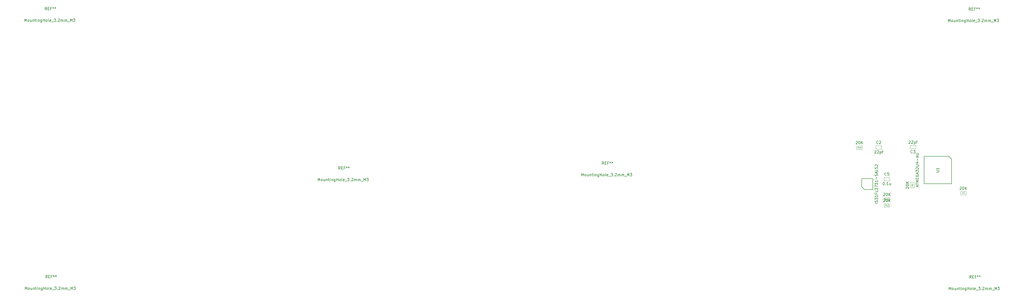
<source format=gbr>
G04 #@! TF.GenerationSoftware,KiCad,Pcbnew,(5.0.2)-1*
G04 #@! TF.CreationDate,2019-03-25T23:00:56+03:00*
G04 #@! TF.ProjectId,Mechanical Keyboard,4d656368-616e-4696-9361-6c204b657962,rev?*
G04 #@! TF.SameCoordinates,Original*
G04 #@! TF.FileFunction,Other,Fab,Top*
%FSLAX46Y46*%
G04 Gerber Fmt 4.6, Leading zero omitted, Abs format (unit mm)*
G04 Created by KiCad (PCBNEW (5.0.2)-1) date 25.03.2019 23:00:56*
%MOMM*%
%LPD*%
G01*
G04 APERTURE LIST*
%ADD10C,0.150000*%
%ADD11C,0.100000*%
%ADD12C,0.075000*%
G04 APERTURE END LIST*
D10*
G04 #@! TO.C,U1*
X372030000Y-137478000D02*
X372030000Y-146478000D01*
X372030000Y-146478000D02*
X362030000Y-146478000D01*
X362030000Y-146478000D02*
X362030000Y-136478000D01*
X362030000Y-136478000D02*
X371030000Y-136478000D01*
X371030000Y-136478000D02*
X372030000Y-137478000D01*
G04 #@! TO.C,U2*
X339370000Y-147560000D02*
X339370000Y-144560000D01*
X339370000Y-144560000D02*
X343370000Y-144560000D01*
X343370000Y-144560000D02*
X343370000Y-148560000D01*
X343370000Y-148560000D02*
X340370000Y-148560000D01*
X340370000Y-148560000D02*
X339370000Y-147560000D01*
D11*
G04 #@! TO.C,C2*
X344510800Y-133817600D02*
X344510800Y-132577600D01*
X346510800Y-133817600D02*
X344510800Y-133817600D01*
X346510800Y-132577600D02*
X346510800Y-133817600D01*
X344510800Y-132577600D02*
X346510800Y-132577600D01*
G04 #@! TO.C,C3*
X358993000Y-132476000D02*
X358993000Y-133716000D01*
X356993000Y-132476000D02*
X358993000Y-132476000D01*
X356993000Y-133716000D02*
X356993000Y-132476000D01*
X358993000Y-133716000D02*
X356993000Y-133716000D01*
G04 #@! TO.C,C5*
X347508000Y-145323800D02*
X347508000Y-144083800D01*
X349508000Y-145323800D02*
X347508000Y-145323800D01*
X349508000Y-144083800D02*
X349508000Y-145323800D01*
X347508000Y-144083800D02*
X349508000Y-144083800D01*
G04 #@! TO.C,R4*
X377301000Y-149287000D02*
X377301000Y-150527000D01*
X375301000Y-149287000D02*
X377301000Y-149287000D01*
X375301000Y-150527000D02*
X375301000Y-149287000D01*
X377301000Y-150527000D02*
X375301000Y-150527000D01*
G04 #@! TO.C,R9*
X358379000Y-145939000D02*
X358379000Y-147939000D01*
X358379000Y-147939000D02*
X357139000Y-147939000D01*
X357139000Y-147939000D02*
X357139000Y-145939000D01*
X357139000Y-145939000D02*
X358379000Y-145939000D01*
G04 #@! TO.C,R10*
X339502000Y-132653800D02*
X339502000Y-133893800D01*
X337502000Y-132653800D02*
X339502000Y-132653800D01*
X337502000Y-133893800D02*
X337502000Y-132653800D01*
X339502000Y-133893800D02*
X337502000Y-133893800D01*
G04 #@! TO.C,R12*
X349535000Y-151526000D02*
X349535000Y-152766000D01*
X347535000Y-151526000D02*
X349535000Y-151526000D01*
X347535000Y-152766000D02*
X347535000Y-151526000D01*
X349535000Y-152766000D02*
X347535000Y-152766000D01*
G04 #@! TO.C,R13*
X349535000Y-153710400D02*
X349535000Y-154950400D01*
X347535000Y-153710400D02*
X349535000Y-153710400D01*
X347535000Y-154950400D02*
X347535000Y-153710400D01*
X349535000Y-154950400D02*
X347535000Y-154950400D01*
G04 #@! TD*
G04 #@! TO.C,U1*
D10*
X359746666Y-147573238D02*
X359746666Y-147097047D01*
X360032380Y-147668476D02*
X359032380Y-147335142D01*
X360032380Y-147001809D01*
X359032380Y-146811333D02*
X359032380Y-146239904D01*
X360032380Y-146525619D02*
X359032380Y-146525619D01*
X360032380Y-145906571D02*
X359032380Y-145906571D01*
X359746666Y-145573238D01*
X359032380Y-145239904D01*
X360032380Y-145239904D01*
X359508571Y-144763714D02*
X359508571Y-144430380D01*
X360032380Y-144287523D02*
X360032380Y-144763714D01*
X359032380Y-144763714D01*
X359032380Y-144287523D01*
X359080000Y-143335142D02*
X359032380Y-143430380D01*
X359032380Y-143573238D01*
X359080000Y-143716095D01*
X359175238Y-143811333D01*
X359270476Y-143858952D01*
X359460952Y-143906571D01*
X359603809Y-143906571D01*
X359794285Y-143858952D01*
X359889523Y-143811333D01*
X359984761Y-143716095D01*
X360032380Y-143573238D01*
X360032380Y-143478000D01*
X359984761Y-143335142D01*
X359937142Y-143287523D01*
X359603809Y-143287523D01*
X359603809Y-143478000D01*
X359746666Y-142906571D02*
X359746666Y-142430380D01*
X360032380Y-143001809D02*
X359032380Y-142668476D01*
X360032380Y-142335142D01*
X359032380Y-142097047D02*
X359032380Y-141478000D01*
X359413333Y-141811333D01*
X359413333Y-141668476D01*
X359460952Y-141573238D01*
X359508571Y-141525619D01*
X359603809Y-141478000D01*
X359841904Y-141478000D01*
X359937142Y-141525619D01*
X359984761Y-141573238D01*
X360032380Y-141668476D01*
X360032380Y-141954190D01*
X359984761Y-142049428D01*
X359937142Y-142097047D01*
X359127619Y-141097047D02*
X359080000Y-141049428D01*
X359032380Y-140954190D01*
X359032380Y-140716095D01*
X359080000Y-140620857D01*
X359127619Y-140573238D01*
X359222857Y-140525619D01*
X359318095Y-140525619D01*
X359460952Y-140573238D01*
X360032380Y-141144666D01*
X360032380Y-140525619D01*
X359032380Y-140097047D02*
X359841904Y-140097047D01*
X359937142Y-140049428D01*
X359984761Y-140001809D01*
X360032380Y-139906571D01*
X360032380Y-139716095D01*
X359984761Y-139620857D01*
X359937142Y-139573238D01*
X359841904Y-139525619D01*
X359032380Y-139525619D01*
X359365714Y-138620857D02*
X360032380Y-138620857D01*
X358984761Y-138858952D02*
X359699047Y-139097047D01*
X359699047Y-138478000D01*
X359651428Y-138097047D02*
X359651428Y-137335142D01*
X359746666Y-136906571D02*
X359746666Y-136430380D01*
X360032380Y-137001809D02*
X359032380Y-136668476D01*
X360032380Y-136335142D01*
X359032380Y-136001809D02*
X359841904Y-136001809D01*
X359937142Y-135954190D01*
X359984761Y-135906571D01*
X360032380Y-135811333D01*
X360032380Y-135620857D01*
X359984761Y-135525619D01*
X359937142Y-135478000D01*
X359841904Y-135430380D01*
X359032380Y-135430380D01*
X366482380Y-142239904D02*
X367291904Y-142239904D01*
X367387142Y-142192285D01*
X367434761Y-142144666D01*
X367482380Y-142049428D01*
X367482380Y-141858952D01*
X367434761Y-141763714D01*
X367387142Y-141716095D01*
X367291904Y-141668476D01*
X366482380Y-141668476D01*
X367482380Y-140668476D02*
X367482380Y-141239904D01*
X367482380Y-140954190D02*
X366482380Y-140954190D01*
X366625238Y-141049428D01*
X366720476Y-141144666D01*
X366768095Y-141239904D01*
G04 #@! TO.C,U2*
X345172380Y-153607619D02*
X344172380Y-153607619D01*
X345124761Y-153179047D02*
X345172380Y-153036190D01*
X345172380Y-152798095D01*
X345124761Y-152702857D01*
X345077142Y-152655238D01*
X344981904Y-152607619D01*
X344886666Y-152607619D01*
X344791428Y-152655238D01*
X344743809Y-152702857D01*
X344696190Y-152798095D01*
X344648571Y-152988571D01*
X344600952Y-153083809D01*
X344553333Y-153131428D01*
X344458095Y-153179047D01*
X344362857Y-153179047D01*
X344267619Y-153131428D01*
X344220000Y-153083809D01*
X344172380Y-152988571D01*
X344172380Y-152750476D01*
X344220000Y-152607619D01*
X344172380Y-152274285D02*
X344172380Y-151655238D01*
X344553333Y-151988571D01*
X344553333Y-151845714D01*
X344600952Y-151750476D01*
X344648571Y-151702857D01*
X344743809Y-151655238D01*
X344981904Y-151655238D01*
X345077142Y-151702857D01*
X345124761Y-151750476D01*
X345172380Y-151845714D01*
X345172380Y-152131428D01*
X345124761Y-152226666D01*
X345077142Y-152274285D01*
X345172380Y-150702857D02*
X345172380Y-151274285D01*
X345172380Y-150988571D02*
X344172380Y-150988571D01*
X344315238Y-151083809D01*
X344410476Y-151179047D01*
X344458095Y-151274285D01*
X344648571Y-149940952D02*
X344648571Y-150274285D01*
X345172380Y-150274285D02*
X344172380Y-150274285D01*
X344172380Y-149798095D01*
X345172380Y-148940952D02*
X345172380Y-149417142D01*
X344172380Y-149417142D01*
X344172380Y-148702857D02*
X344172380Y-148083809D01*
X344553333Y-148417142D01*
X344553333Y-148274285D01*
X344600952Y-148179047D01*
X344648571Y-148131428D01*
X344743809Y-148083809D01*
X344981904Y-148083809D01*
X345077142Y-148131428D01*
X345124761Y-148179047D01*
X345172380Y-148274285D01*
X345172380Y-148560000D01*
X345124761Y-148655238D01*
X345077142Y-148702857D01*
X344172380Y-147750476D02*
X344172380Y-147083809D01*
X345172380Y-147512380D01*
X344172380Y-146798095D02*
X344172380Y-146179047D01*
X344553333Y-146512380D01*
X344553333Y-146369523D01*
X344600952Y-146274285D01*
X344648571Y-146226666D01*
X344743809Y-146179047D01*
X344981904Y-146179047D01*
X345077142Y-146226666D01*
X345124761Y-146274285D01*
X345172380Y-146369523D01*
X345172380Y-146655238D01*
X345124761Y-146750476D01*
X345077142Y-146798095D01*
X345172380Y-145226666D02*
X345172380Y-145798095D01*
X345172380Y-145512380D02*
X344172380Y-145512380D01*
X344315238Y-145607619D01*
X344410476Y-145702857D01*
X344458095Y-145798095D01*
X344791428Y-144798095D02*
X344791428Y-144036190D01*
X345124761Y-143607619D02*
X345172380Y-143464761D01*
X345172380Y-143226666D01*
X345124761Y-143131428D01*
X345077142Y-143083809D01*
X344981904Y-143036190D01*
X344886666Y-143036190D01*
X344791428Y-143083809D01*
X344743809Y-143131428D01*
X344696190Y-143226666D01*
X344648571Y-143417142D01*
X344600952Y-143512380D01*
X344553333Y-143560000D01*
X344458095Y-143607619D01*
X344362857Y-143607619D01*
X344267619Y-143560000D01*
X344220000Y-143512380D01*
X344172380Y-143417142D01*
X344172380Y-143179047D01*
X344220000Y-143036190D01*
X344886666Y-142655238D02*
X344886666Y-142179047D01*
X345172380Y-142750476D02*
X344172380Y-142417142D01*
X345172380Y-142083809D01*
X345172380Y-141274285D02*
X345172380Y-141750476D01*
X344172380Y-141750476D01*
X345124761Y-140988571D02*
X345172380Y-140845714D01*
X345172380Y-140607619D01*
X345124761Y-140512380D01*
X345077142Y-140464761D01*
X344981904Y-140417142D01*
X344886666Y-140417142D01*
X344791428Y-140464761D01*
X344743809Y-140512380D01*
X344696190Y-140607619D01*
X344648571Y-140798095D01*
X344600952Y-140893333D01*
X344553333Y-140940952D01*
X344458095Y-140988571D01*
X344362857Y-140988571D01*
X344267619Y-140940952D01*
X344220000Y-140893333D01*
X344172380Y-140798095D01*
X344172380Y-140560000D01*
X344220000Y-140417142D01*
X344267619Y-140036190D02*
X344220000Y-139988571D01*
X344172380Y-139893333D01*
X344172380Y-139655238D01*
X344220000Y-139560000D01*
X344267619Y-139512380D01*
X344362857Y-139464761D01*
X344458095Y-139464761D01*
X344600952Y-139512380D01*
X345172380Y-140083809D01*
X345172380Y-139464761D01*
G04 #@! TO.C,C2*
X344010800Y-134495219D02*
X344058419Y-134447600D01*
X344153657Y-134399980D01*
X344391752Y-134399980D01*
X344486990Y-134447600D01*
X344534609Y-134495219D01*
X344582228Y-134590457D01*
X344582228Y-134685695D01*
X344534609Y-134828552D01*
X343963180Y-135399980D01*
X344582228Y-135399980D01*
X344963180Y-134495219D02*
X345010800Y-134447600D01*
X345106038Y-134399980D01*
X345344133Y-134399980D01*
X345439371Y-134447600D01*
X345486990Y-134495219D01*
X345534609Y-134590457D01*
X345534609Y-134685695D01*
X345486990Y-134828552D01*
X344915561Y-135399980D01*
X345534609Y-135399980D01*
X345963180Y-134733314D02*
X345963180Y-135733314D01*
X345963180Y-134780933D02*
X346058419Y-134733314D01*
X346248895Y-134733314D01*
X346344133Y-134780933D01*
X346391752Y-134828552D01*
X346439371Y-134923790D01*
X346439371Y-135209504D01*
X346391752Y-135304742D01*
X346344133Y-135352361D01*
X346248895Y-135399980D01*
X346058419Y-135399980D01*
X345963180Y-135352361D01*
X346725085Y-134733314D02*
X347106038Y-134733314D01*
X346867942Y-135399980D02*
X346867942Y-134542838D01*
X346915561Y-134447600D01*
X347010800Y-134399980D01*
X347106038Y-134399980D01*
X345344133Y-131804742D02*
X345296514Y-131852361D01*
X345153657Y-131899980D01*
X345058419Y-131899980D01*
X344915561Y-131852361D01*
X344820323Y-131757123D01*
X344772704Y-131661885D01*
X344725085Y-131471409D01*
X344725085Y-131328552D01*
X344772704Y-131138076D01*
X344820323Y-131042838D01*
X344915561Y-130947600D01*
X345058419Y-130899980D01*
X345153657Y-130899980D01*
X345296514Y-130947600D01*
X345344133Y-130995219D01*
X345725085Y-130995219D02*
X345772704Y-130947600D01*
X345867942Y-130899980D01*
X346106038Y-130899980D01*
X346201276Y-130947600D01*
X346248895Y-130995219D01*
X346296514Y-131090457D01*
X346296514Y-131185695D01*
X346248895Y-131328552D01*
X345677466Y-131899980D01*
X346296514Y-131899980D01*
G04 #@! TO.C,C3*
X356493000Y-130893619D02*
X356540619Y-130846000D01*
X356635857Y-130798380D01*
X356873952Y-130798380D01*
X356969190Y-130846000D01*
X357016809Y-130893619D01*
X357064428Y-130988857D01*
X357064428Y-131084095D01*
X357016809Y-131226952D01*
X356445380Y-131798380D01*
X357064428Y-131798380D01*
X357445380Y-130893619D02*
X357493000Y-130846000D01*
X357588238Y-130798380D01*
X357826333Y-130798380D01*
X357921571Y-130846000D01*
X357969190Y-130893619D01*
X358016809Y-130988857D01*
X358016809Y-131084095D01*
X357969190Y-131226952D01*
X357397761Y-131798380D01*
X358016809Y-131798380D01*
X358445380Y-131131714D02*
X358445380Y-132131714D01*
X358445380Y-131179333D02*
X358540619Y-131131714D01*
X358731095Y-131131714D01*
X358826333Y-131179333D01*
X358873952Y-131226952D01*
X358921571Y-131322190D01*
X358921571Y-131607904D01*
X358873952Y-131703142D01*
X358826333Y-131750761D01*
X358731095Y-131798380D01*
X358540619Y-131798380D01*
X358445380Y-131750761D01*
X359207285Y-131131714D02*
X359588238Y-131131714D01*
X359350142Y-131798380D02*
X359350142Y-130941238D01*
X359397761Y-130846000D01*
X359493000Y-130798380D01*
X359588238Y-130798380D01*
X357826333Y-135203142D02*
X357778714Y-135250761D01*
X357635857Y-135298380D01*
X357540619Y-135298380D01*
X357397761Y-135250761D01*
X357302523Y-135155523D01*
X357254904Y-135060285D01*
X357207285Y-134869809D01*
X357207285Y-134726952D01*
X357254904Y-134536476D01*
X357302523Y-134441238D01*
X357397761Y-134346000D01*
X357540619Y-134298380D01*
X357635857Y-134298380D01*
X357778714Y-134346000D01*
X357826333Y-134393619D01*
X358159666Y-134298380D02*
X358778714Y-134298380D01*
X358445380Y-134679333D01*
X358588238Y-134679333D01*
X358683476Y-134726952D01*
X358731095Y-134774571D01*
X358778714Y-134869809D01*
X358778714Y-135107904D01*
X358731095Y-135203142D01*
X358683476Y-135250761D01*
X358588238Y-135298380D01*
X358302523Y-135298380D01*
X358207285Y-135250761D01*
X358159666Y-135203142D01*
G04 #@! TO.C,C5*
X347293714Y-145906180D02*
X347388952Y-145906180D01*
X347484190Y-145953800D01*
X347531809Y-146001419D01*
X347579428Y-146096657D01*
X347627047Y-146287133D01*
X347627047Y-146525228D01*
X347579428Y-146715704D01*
X347531809Y-146810942D01*
X347484190Y-146858561D01*
X347388952Y-146906180D01*
X347293714Y-146906180D01*
X347198476Y-146858561D01*
X347150857Y-146810942D01*
X347103238Y-146715704D01*
X347055619Y-146525228D01*
X347055619Y-146287133D01*
X347103238Y-146096657D01*
X347150857Y-146001419D01*
X347198476Y-145953800D01*
X347293714Y-145906180D01*
X348055619Y-146810942D02*
X348103238Y-146858561D01*
X348055619Y-146906180D01*
X348008000Y-146858561D01*
X348055619Y-146810942D01*
X348055619Y-146906180D01*
X349055619Y-146906180D02*
X348484190Y-146906180D01*
X348769904Y-146906180D02*
X348769904Y-145906180D01*
X348674666Y-146049038D01*
X348579428Y-146144276D01*
X348484190Y-146191895D01*
X349912761Y-146239514D02*
X349912761Y-146906180D01*
X349484190Y-146239514D02*
X349484190Y-146763323D01*
X349531809Y-146858561D01*
X349627047Y-146906180D01*
X349769904Y-146906180D01*
X349865142Y-146858561D01*
X349912761Y-146810942D01*
X348341333Y-143310942D02*
X348293714Y-143358561D01*
X348150857Y-143406180D01*
X348055619Y-143406180D01*
X347912761Y-143358561D01*
X347817523Y-143263323D01*
X347769904Y-143168085D01*
X347722285Y-142977609D01*
X347722285Y-142834752D01*
X347769904Y-142644276D01*
X347817523Y-142549038D01*
X347912761Y-142453800D01*
X348055619Y-142406180D01*
X348150857Y-142406180D01*
X348293714Y-142453800D01*
X348341333Y-142501419D01*
X349246095Y-142406180D02*
X348769904Y-142406180D01*
X348722285Y-142882371D01*
X348769904Y-142834752D01*
X348865142Y-142787133D01*
X349103238Y-142787133D01*
X349198476Y-142834752D01*
X349246095Y-142882371D01*
X349293714Y-142977609D01*
X349293714Y-143215704D01*
X349246095Y-143310942D01*
X349198476Y-143358561D01*
X349103238Y-143406180D01*
X348865142Y-143406180D01*
X348769904Y-143358561D01*
X348722285Y-143310942D01*
G04 #@! TO.C,R4*
X375039095Y-147704619D02*
X375086714Y-147657000D01*
X375181952Y-147609380D01*
X375420047Y-147609380D01*
X375515285Y-147657000D01*
X375562904Y-147704619D01*
X375610523Y-147799857D01*
X375610523Y-147895095D01*
X375562904Y-148037952D01*
X374991476Y-148609380D01*
X375610523Y-148609380D01*
X376229571Y-147609380D02*
X376324809Y-147609380D01*
X376420047Y-147657000D01*
X376467666Y-147704619D01*
X376515285Y-147799857D01*
X376562904Y-147990333D01*
X376562904Y-148228428D01*
X376515285Y-148418904D01*
X376467666Y-148514142D01*
X376420047Y-148561761D01*
X376324809Y-148609380D01*
X376229571Y-148609380D01*
X376134333Y-148561761D01*
X376086714Y-148514142D01*
X376039095Y-148418904D01*
X375991476Y-148228428D01*
X375991476Y-147990333D01*
X376039095Y-147799857D01*
X376086714Y-147704619D01*
X376134333Y-147657000D01*
X376229571Y-147609380D01*
X376991476Y-148609380D02*
X376991476Y-147609380D01*
X377562904Y-148609380D02*
X377134333Y-148037952D01*
X377562904Y-147609380D02*
X376991476Y-148180809D01*
D12*
X376217666Y-150133190D02*
X376051000Y-149895095D01*
X375931952Y-150133190D02*
X375931952Y-149633190D01*
X376122428Y-149633190D01*
X376170047Y-149657000D01*
X376193857Y-149680809D01*
X376217666Y-149728428D01*
X376217666Y-149799857D01*
X376193857Y-149847476D01*
X376170047Y-149871285D01*
X376122428Y-149895095D01*
X375931952Y-149895095D01*
X376646238Y-149799857D02*
X376646238Y-150133190D01*
X376527190Y-149609380D02*
X376408142Y-149966523D01*
X376717666Y-149966523D01*
G04 #@! TO.C,R9*
D10*
X355556619Y-148200904D02*
X355509000Y-148153285D01*
X355461380Y-148058047D01*
X355461380Y-147819952D01*
X355509000Y-147724714D01*
X355556619Y-147677095D01*
X355651857Y-147629476D01*
X355747095Y-147629476D01*
X355889952Y-147677095D01*
X356461380Y-148248523D01*
X356461380Y-147629476D01*
X355461380Y-147010428D02*
X355461380Y-146915190D01*
X355509000Y-146819952D01*
X355556619Y-146772333D01*
X355651857Y-146724714D01*
X355842333Y-146677095D01*
X356080428Y-146677095D01*
X356270904Y-146724714D01*
X356366142Y-146772333D01*
X356413761Y-146819952D01*
X356461380Y-146915190D01*
X356461380Y-147010428D01*
X356413761Y-147105666D01*
X356366142Y-147153285D01*
X356270904Y-147200904D01*
X356080428Y-147248523D01*
X355842333Y-147248523D01*
X355651857Y-147200904D01*
X355556619Y-147153285D01*
X355509000Y-147105666D01*
X355461380Y-147010428D01*
X356461380Y-146248523D02*
X355461380Y-146248523D01*
X356461380Y-145677095D02*
X355889952Y-146105666D01*
X355461380Y-145677095D02*
X356032809Y-146248523D01*
D12*
X357985190Y-147022333D02*
X357747095Y-147189000D01*
X357985190Y-147308047D02*
X357485190Y-147308047D01*
X357485190Y-147117571D01*
X357509000Y-147069952D01*
X357532809Y-147046142D01*
X357580428Y-147022333D01*
X357651857Y-147022333D01*
X357699476Y-147046142D01*
X357723285Y-147069952D01*
X357747095Y-147117571D01*
X357747095Y-147308047D01*
X357985190Y-146784238D02*
X357985190Y-146689000D01*
X357961380Y-146641380D01*
X357937571Y-146617571D01*
X357866142Y-146569952D01*
X357770904Y-146546142D01*
X357580428Y-146546142D01*
X357532809Y-146569952D01*
X357509000Y-146593761D01*
X357485190Y-146641380D01*
X357485190Y-146736619D01*
X357509000Y-146784238D01*
X357532809Y-146808047D01*
X357580428Y-146831857D01*
X357699476Y-146831857D01*
X357747095Y-146808047D01*
X357770904Y-146784238D01*
X357794714Y-146736619D01*
X357794714Y-146641380D01*
X357770904Y-146593761D01*
X357747095Y-146569952D01*
X357699476Y-146546142D01*
G04 #@! TO.C,R10*
D10*
X337240095Y-131071419D02*
X337287714Y-131023800D01*
X337382952Y-130976180D01*
X337621047Y-130976180D01*
X337716285Y-131023800D01*
X337763904Y-131071419D01*
X337811523Y-131166657D01*
X337811523Y-131261895D01*
X337763904Y-131404752D01*
X337192476Y-131976180D01*
X337811523Y-131976180D01*
X338430571Y-130976180D02*
X338525809Y-130976180D01*
X338621047Y-131023800D01*
X338668666Y-131071419D01*
X338716285Y-131166657D01*
X338763904Y-131357133D01*
X338763904Y-131595228D01*
X338716285Y-131785704D01*
X338668666Y-131880942D01*
X338621047Y-131928561D01*
X338525809Y-131976180D01*
X338430571Y-131976180D01*
X338335333Y-131928561D01*
X338287714Y-131880942D01*
X338240095Y-131785704D01*
X338192476Y-131595228D01*
X338192476Y-131357133D01*
X338240095Y-131166657D01*
X338287714Y-131071419D01*
X338335333Y-131023800D01*
X338430571Y-130976180D01*
X339192476Y-131976180D02*
X339192476Y-130976180D01*
X339763904Y-131976180D02*
X339335333Y-131404752D01*
X339763904Y-130976180D02*
X339192476Y-131547609D01*
D12*
X338180571Y-133499990D02*
X338013904Y-133261895D01*
X337894857Y-133499990D02*
X337894857Y-132999990D01*
X338085333Y-132999990D01*
X338132952Y-133023800D01*
X338156761Y-133047609D01*
X338180571Y-133095228D01*
X338180571Y-133166657D01*
X338156761Y-133214276D01*
X338132952Y-133238085D01*
X338085333Y-133261895D01*
X337894857Y-133261895D01*
X338656761Y-133499990D02*
X338371047Y-133499990D01*
X338513904Y-133499990D02*
X338513904Y-132999990D01*
X338466285Y-133071419D01*
X338418666Y-133119038D01*
X338371047Y-133142847D01*
X338966285Y-132999990D02*
X339013904Y-132999990D01*
X339061523Y-133023800D01*
X339085333Y-133047609D01*
X339109142Y-133095228D01*
X339132952Y-133190466D01*
X339132952Y-133309514D01*
X339109142Y-133404752D01*
X339085333Y-133452371D01*
X339061523Y-133476180D01*
X339013904Y-133499990D01*
X338966285Y-133499990D01*
X338918666Y-133476180D01*
X338894857Y-133452371D01*
X338871047Y-133404752D01*
X338847238Y-133309514D01*
X338847238Y-133190466D01*
X338871047Y-133095228D01*
X338894857Y-133047609D01*
X338918666Y-133023800D01*
X338966285Y-132999990D01*
G04 #@! TO.C,R12*
D10*
X347273095Y-149943619D02*
X347320714Y-149896000D01*
X347415952Y-149848380D01*
X347654047Y-149848380D01*
X347749285Y-149896000D01*
X347796904Y-149943619D01*
X347844523Y-150038857D01*
X347844523Y-150134095D01*
X347796904Y-150276952D01*
X347225476Y-150848380D01*
X347844523Y-150848380D01*
X348463571Y-149848380D02*
X348558809Y-149848380D01*
X348654047Y-149896000D01*
X348701666Y-149943619D01*
X348749285Y-150038857D01*
X348796904Y-150229333D01*
X348796904Y-150467428D01*
X348749285Y-150657904D01*
X348701666Y-150753142D01*
X348654047Y-150800761D01*
X348558809Y-150848380D01*
X348463571Y-150848380D01*
X348368333Y-150800761D01*
X348320714Y-150753142D01*
X348273095Y-150657904D01*
X348225476Y-150467428D01*
X348225476Y-150229333D01*
X348273095Y-150038857D01*
X348320714Y-149943619D01*
X348368333Y-149896000D01*
X348463571Y-149848380D01*
X349225476Y-150848380D02*
X349225476Y-149848380D01*
X349796904Y-150848380D02*
X349368333Y-150276952D01*
X349796904Y-149848380D02*
X349225476Y-150419809D01*
D12*
X348213571Y-152372190D02*
X348046904Y-152134095D01*
X347927857Y-152372190D02*
X347927857Y-151872190D01*
X348118333Y-151872190D01*
X348165952Y-151896000D01*
X348189761Y-151919809D01*
X348213571Y-151967428D01*
X348213571Y-152038857D01*
X348189761Y-152086476D01*
X348165952Y-152110285D01*
X348118333Y-152134095D01*
X347927857Y-152134095D01*
X348689761Y-152372190D02*
X348404047Y-152372190D01*
X348546904Y-152372190D02*
X348546904Y-151872190D01*
X348499285Y-151943619D01*
X348451666Y-151991238D01*
X348404047Y-152015047D01*
X348880238Y-151919809D02*
X348904047Y-151896000D01*
X348951666Y-151872190D01*
X349070714Y-151872190D01*
X349118333Y-151896000D01*
X349142142Y-151919809D01*
X349165952Y-151967428D01*
X349165952Y-152015047D01*
X349142142Y-152086476D01*
X348856428Y-152372190D01*
X349165952Y-152372190D01*
G04 #@! TO.C,R13*
D10*
X347273095Y-152128019D02*
X347320714Y-152080400D01*
X347415952Y-152032780D01*
X347654047Y-152032780D01*
X347749285Y-152080400D01*
X347796904Y-152128019D01*
X347844523Y-152223257D01*
X347844523Y-152318495D01*
X347796904Y-152461352D01*
X347225476Y-153032780D01*
X347844523Y-153032780D01*
X348463571Y-152032780D02*
X348558809Y-152032780D01*
X348654047Y-152080400D01*
X348701666Y-152128019D01*
X348749285Y-152223257D01*
X348796904Y-152413733D01*
X348796904Y-152651828D01*
X348749285Y-152842304D01*
X348701666Y-152937542D01*
X348654047Y-152985161D01*
X348558809Y-153032780D01*
X348463571Y-153032780D01*
X348368333Y-152985161D01*
X348320714Y-152937542D01*
X348273095Y-152842304D01*
X348225476Y-152651828D01*
X348225476Y-152413733D01*
X348273095Y-152223257D01*
X348320714Y-152128019D01*
X348368333Y-152080400D01*
X348463571Y-152032780D01*
X349225476Y-153032780D02*
X349225476Y-152032780D01*
X349796904Y-153032780D02*
X349368333Y-152461352D01*
X349796904Y-152032780D02*
X349225476Y-152604209D01*
D12*
X348213571Y-154556590D02*
X348046904Y-154318495D01*
X347927857Y-154556590D02*
X347927857Y-154056590D01*
X348118333Y-154056590D01*
X348165952Y-154080400D01*
X348189761Y-154104209D01*
X348213571Y-154151828D01*
X348213571Y-154223257D01*
X348189761Y-154270876D01*
X348165952Y-154294685D01*
X348118333Y-154318495D01*
X347927857Y-154318495D01*
X348689761Y-154556590D02*
X348404047Y-154556590D01*
X348546904Y-154556590D02*
X348546904Y-154056590D01*
X348499285Y-154128019D01*
X348451666Y-154175638D01*
X348404047Y-154199447D01*
X348856428Y-154056590D02*
X349165952Y-154056590D01*
X348999285Y-154247066D01*
X349070714Y-154247066D01*
X349118333Y-154270876D01*
X349142142Y-154294685D01*
X349165952Y-154342304D01*
X349165952Y-154461352D01*
X349142142Y-154508971D01*
X349118333Y-154532780D01*
X349070714Y-154556590D01*
X348927857Y-154556590D01*
X348880238Y-154532780D01*
X348856428Y-154508971D01*
G04 #@! TO.C,REF\002A\002A*
D10*
X370864952Y-87456380D02*
X370864952Y-86456380D01*
X371198285Y-87170666D01*
X371531619Y-86456380D01*
X371531619Y-87456380D01*
X372150666Y-87456380D02*
X372055428Y-87408761D01*
X372007809Y-87361142D01*
X371960190Y-87265904D01*
X371960190Y-86980190D01*
X372007809Y-86884952D01*
X372055428Y-86837333D01*
X372150666Y-86789714D01*
X372293523Y-86789714D01*
X372388761Y-86837333D01*
X372436380Y-86884952D01*
X372484000Y-86980190D01*
X372484000Y-87265904D01*
X372436380Y-87361142D01*
X372388761Y-87408761D01*
X372293523Y-87456380D01*
X372150666Y-87456380D01*
X373341142Y-86789714D02*
X373341142Y-87456380D01*
X372912571Y-86789714D02*
X372912571Y-87313523D01*
X372960190Y-87408761D01*
X373055428Y-87456380D01*
X373198285Y-87456380D01*
X373293523Y-87408761D01*
X373341142Y-87361142D01*
X373817333Y-86789714D02*
X373817333Y-87456380D01*
X373817333Y-86884952D02*
X373864952Y-86837333D01*
X373960190Y-86789714D01*
X374103047Y-86789714D01*
X374198285Y-86837333D01*
X374245904Y-86932571D01*
X374245904Y-87456380D01*
X374579238Y-86789714D02*
X374960190Y-86789714D01*
X374722095Y-86456380D02*
X374722095Y-87313523D01*
X374769714Y-87408761D01*
X374864952Y-87456380D01*
X374960190Y-87456380D01*
X375293523Y-87456380D02*
X375293523Y-86789714D01*
X375293523Y-86456380D02*
X375245904Y-86504000D01*
X375293523Y-86551619D01*
X375341142Y-86504000D01*
X375293523Y-86456380D01*
X375293523Y-86551619D01*
X375769714Y-86789714D02*
X375769714Y-87456380D01*
X375769714Y-86884952D02*
X375817333Y-86837333D01*
X375912571Y-86789714D01*
X376055428Y-86789714D01*
X376150666Y-86837333D01*
X376198285Y-86932571D01*
X376198285Y-87456380D01*
X377103047Y-86789714D02*
X377103047Y-87599238D01*
X377055428Y-87694476D01*
X377007809Y-87742095D01*
X376912571Y-87789714D01*
X376769714Y-87789714D01*
X376674476Y-87742095D01*
X377103047Y-87408761D02*
X377007809Y-87456380D01*
X376817333Y-87456380D01*
X376722095Y-87408761D01*
X376674476Y-87361142D01*
X376626857Y-87265904D01*
X376626857Y-86980190D01*
X376674476Y-86884952D01*
X376722095Y-86837333D01*
X376817333Y-86789714D01*
X377007809Y-86789714D01*
X377103047Y-86837333D01*
X377579238Y-87456380D02*
X377579238Y-86456380D01*
X377579238Y-86932571D02*
X378150666Y-86932571D01*
X378150666Y-87456380D02*
X378150666Y-86456380D01*
X378769714Y-87456380D02*
X378674476Y-87408761D01*
X378626857Y-87361142D01*
X378579238Y-87265904D01*
X378579238Y-86980190D01*
X378626857Y-86884952D01*
X378674476Y-86837333D01*
X378769714Y-86789714D01*
X378912571Y-86789714D01*
X379007809Y-86837333D01*
X379055428Y-86884952D01*
X379103047Y-86980190D01*
X379103047Y-87265904D01*
X379055428Y-87361142D01*
X379007809Y-87408761D01*
X378912571Y-87456380D01*
X378769714Y-87456380D01*
X379674476Y-87456380D02*
X379579238Y-87408761D01*
X379531619Y-87313523D01*
X379531619Y-86456380D01*
X380436380Y-87408761D02*
X380341142Y-87456380D01*
X380150666Y-87456380D01*
X380055428Y-87408761D01*
X380007809Y-87313523D01*
X380007809Y-86932571D01*
X380055428Y-86837333D01*
X380150666Y-86789714D01*
X380341142Y-86789714D01*
X380436380Y-86837333D01*
X380484000Y-86932571D01*
X380484000Y-87027809D01*
X380007809Y-87123047D01*
X380674476Y-87551619D02*
X381436380Y-87551619D01*
X381579238Y-86456380D02*
X382198285Y-86456380D01*
X381864952Y-86837333D01*
X382007809Y-86837333D01*
X382103047Y-86884952D01*
X382150666Y-86932571D01*
X382198285Y-87027809D01*
X382198285Y-87265904D01*
X382150666Y-87361142D01*
X382103047Y-87408761D01*
X382007809Y-87456380D01*
X381722095Y-87456380D01*
X381626857Y-87408761D01*
X381579238Y-87361142D01*
X382626857Y-87361142D02*
X382674476Y-87408761D01*
X382626857Y-87456380D01*
X382579238Y-87408761D01*
X382626857Y-87361142D01*
X382626857Y-87456380D01*
X383055428Y-86551619D02*
X383103047Y-86504000D01*
X383198285Y-86456380D01*
X383436380Y-86456380D01*
X383531619Y-86504000D01*
X383579238Y-86551619D01*
X383626857Y-86646857D01*
X383626857Y-86742095D01*
X383579238Y-86884952D01*
X383007809Y-87456380D01*
X383626857Y-87456380D01*
X384055428Y-87456380D02*
X384055428Y-86789714D01*
X384055428Y-86884952D02*
X384103047Y-86837333D01*
X384198285Y-86789714D01*
X384341142Y-86789714D01*
X384436380Y-86837333D01*
X384484000Y-86932571D01*
X384484000Y-87456380D01*
X384484000Y-86932571D02*
X384531619Y-86837333D01*
X384626857Y-86789714D01*
X384769714Y-86789714D01*
X384864952Y-86837333D01*
X384912571Y-86932571D01*
X384912571Y-87456380D01*
X385388761Y-87456380D02*
X385388761Y-86789714D01*
X385388761Y-86884952D02*
X385436380Y-86837333D01*
X385531619Y-86789714D01*
X385674476Y-86789714D01*
X385769714Y-86837333D01*
X385817333Y-86932571D01*
X385817333Y-87456380D01*
X385817333Y-86932571D02*
X385864952Y-86837333D01*
X385960190Y-86789714D01*
X386103047Y-86789714D01*
X386198285Y-86837333D01*
X386245904Y-86932571D01*
X386245904Y-87456380D01*
X386484000Y-87551619D02*
X387245904Y-87551619D01*
X387484000Y-87456380D02*
X387484000Y-86456380D01*
X387817333Y-87170666D01*
X388150666Y-86456380D01*
X388150666Y-87456380D01*
X388531619Y-86456380D02*
X389150666Y-86456380D01*
X388817333Y-86837333D01*
X388960190Y-86837333D01*
X389055428Y-86884952D01*
X389103047Y-86932571D01*
X389150666Y-87027809D01*
X389150666Y-87265904D01*
X389103047Y-87361142D01*
X389055428Y-87408761D01*
X388960190Y-87456380D01*
X388674476Y-87456380D01*
X388579238Y-87408761D01*
X388531619Y-87361142D01*
X378950666Y-83256380D02*
X378617333Y-82780190D01*
X378379238Y-83256380D02*
X378379238Y-82256380D01*
X378760190Y-82256380D01*
X378855428Y-82304000D01*
X378903047Y-82351619D01*
X378950666Y-82446857D01*
X378950666Y-82589714D01*
X378903047Y-82684952D01*
X378855428Y-82732571D01*
X378760190Y-82780190D01*
X378379238Y-82780190D01*
X379379238Y-82732571D02*
X379712571Y-82732571D01*
X379855428Y-83256380D02*
X379379238Y-83256380D01*
X379379238Y-82256380D01*
X379855428Y-82256380D01*
X380617333Y-82732571D02*
X380284000Y-82732571D01*
X380284000Y-83256380D02*
X380284000Y-82256380D01*
X380760190Y-82256380D01*
X381284000Y-82256380D02*
X381284000Y-82494476D01*
X381045904Y-82399238D02*
X381284000Y-82494476D01*
X381522095Y-82399238D01*
X381141142Y-82684952D02*
X381284000Y-82494476D01*
X381426857Y-82684952D01*
X382045904Y-82256380D02*
X382045904Y-82494476D01*
X381807809Y-82399238D02*
X382045904Y-82494476D01*
X382284000Y-82399238D01*
X381903047Y-82684952D02*
X382045904Y-82494476D01*
X382188761Y-82684952D01*
X371118952Y-185119380D02*
X371118952Y-184119380D01*
X371452285Y-184833666D01*
X371785619Y-184119380D01*
X371785619Y-185119380D01*
X372404666Y-185119380D02*
X372309428Y-185071761D01*
X372261809Y-185024142D01*
X372214190Y-184928904D01*
X372214190Y-184643190D01*
X372261809Y-184547952D01*
X372309428Y-184500333D01*
X372404666Y-184452714D01*
X372547523Y-184452714D01*
X372642761Y-184500333D01*
X372690380Y-184547952D01*
X372738000Y-184643190D01*
X372738000Y-184928904D01*
X372690380Y-185024142D01*
X372642761Y-185071761D01*
X372547523Y-185119380D01*
X372404666Y-185119380D01*
X373595142Y-184452714D02*
X373595142Y-185119380D01*
X373166571Y-184452714D02*
X373166571Y-184976523D01*
X373214190Y-185071761D01*
X373309428Y-185119380D01*
X373452285Y-185119380D01*
X373547523Y-185071761D01*
X373595142Y-185024142D01*
X374071333Y-184452714D02*
X374071333Y-185119380D01*
X374071333Y-184547952D02*
X374118952Y-184500333D01*
X374214190Y-184452714D01*
X374357047Y-184452714D01*
X374452285Y-184500333D01*
X374499904Y-184595571D01*
X374499904Y-185119380D01*
X374833238Y-184452714D02*
X375214190Y-184452714D01*
X374976095Y-184119380D02*
X374976095Y-184976523D01*
X375023714Y-185071761D01*
X375118952Y-185119380D01*
X375214190Y-185119380D01*
X375547523Y-185119380D02*
X375547523Y-184452714D01*
X375547523Y-184119380D02*
X375499904Y-184167000D01*
X375547523Y-184214619D01*
X375595142Y-184167000D01*
X375547523Y-184119380D01*
X375547523Y-184214619D01*
X376023714Y-184452714D02*
X376023714Y-185119380D01*
X376023714Y-184547952D02*
X376071333Y-184500333D01*
X376166571Y-184452714D01*
X376309428Y-184452714D01*
X376404666Y-184500333D01*
X376452285Y-184595571D01*
X376452285Y-185119380D01*
X377357047Y-184452714D02*
X377357047Y-185262238D01*
X377309428Y-185357476D01*
X377261809Y-185405095D01*
X377166571Y-185452714D01*
X377023714Y-185452714D01*
X376928476Y-185405095D01*
X377357047Y-185071761D02*
X377261809Y-185119380D01*
X377071333Y-185119380D01*
X376976095Y-185071761D01*
X376928476Y-185024142D01*
X376880857Y-184928904D01*
X376880857Y-184643190D01*
X376928476Y-184547952D01*
X376976095Y-184500333D01*
X377071333Y-184452714D01*
X377261809Y-184452714D01*
X377357047Y-184500333D01*
X377833238Y-185119380D02*
X377833238Y-184119380D01*
X377833238Y-184595571D02*
X378404666Y-184595571D01*
X378404666Y-185119380D02*
X378404666Y-184119380D01*
X379023714Y-185119380D02*
X378928476Y-185071761D01*
X378880857Y-185024142D01*
X378833238Y-184928904D01*
X378833238Y-184643190D01*
X378880857Y-184547952D01*
X378928476Y-184500333D01*
X379023714Y-184452714D01*
X379166571Y-184452714D01*
X379261809Y-184500333D01*
X379309428Y-184547952D01*
X379357047Y-184643190D01*
X379357047Y-184928904D01*
X379309428Y-185024142D01*
X379261809Y-185071761D01*
X379166571Y-185119380D01*
X379023714Y-185119380D01*
X379928476Y-185119380D02*
X379833238Y-185071761D01*
X379785619Y-184976523D01*
X379785619Y-184119380D01*
X380690380Y-185071761D02*
X380595142Y-185119380D01*
X380404666Y-185119380D01*
X380309428Y-185071761D01*
X380261809Y-184976523D01*
X380261809Y-184595571D01*
X380309428Y-184500333D01*
X380404666Y-184452714D01*
X380595142Y-184452714D01*
X380690380Y-184500333D01*
X380738000Y-184595571D01*
X380738000Y-184690809D01*
X380261809Y-184786047D01*
X380928476Y-185214619D02*
X381690380Y-185214619D01*
X381833238Y-184119380D02*
X382452285Y-184119380D01*
X382118952Y-184500333D01*
X382261809Y-184500333D01*
X382357047Y-184547952D01*
X382404666Y-184595571D01*
X382452285Y-184690809D01*
X382452285Y-184928904D01*
X382404666Y-185024142D01*
X382357047Y-185071761D01*
X382261809Y-185119380D01*
X381976095Y-185119380D01*
X381880857Y-185071761D01*
X381833238Y-185024142D01*
X382880857Y-185024142D02*
X382928476Y-185071761D01*
X382880857Y-185119380D01*
X382833238Y-185071761D01*
X382880857Y-185024142D01*
X382880857Y-185119380D01*
X383309428Y-184214619D02*
X383357047Y-184167000D01*
X383452285Y-184119380D01*
X383690380Y-184119380D01*
X383785619Y-184167000D01*
X383833238Y-184214619D01*
X383880857Y-184309857D01*
X383880857Y-184405095D01*
X383833238Y-184547952D01*
X383261809Y-185119380D01*
X383880857Y-185119380D01*
X384309428Y-185119380D02*
X384309428Y-184452714D01*
X384309428Y-184547952D02*
X384357047Y-184500333D01*
X384452285Y-184452714D01*
X384595142Y-184452714D01*
X384690380Y-184500333D01*
X384738000Y-184595571D01*
X384738000Y-185119380D01*
X384738000Y-184595571D02*
X384785619Y-184500333D01*
X384880857Y-184452714D01*
X385023714Y-184452714D01*
X385118952Y-184500333D01*
X385166571Y-184595571D01*
X385166571Y-185119380D01*
X385642761Y-185119380D02*
X385642761Y-184452714D01*
X385642761Y-184547952D02*
X385690380Y-184500333D01*
X385785619Y-184452714D01*
X385928476Y-184452714D01*
X386023714Y-184500333D01*
X386071333Y-184595571D01*
X386071333Y-185119380D01*
X386071333Y-184595571D02*
X386118952Y-184500333D01*
X386214190Y-184452714D01*
X386357047Y-184452714D01*
X386452285Y-184500333D01*
X386499904Y-184595571D01*
X386499904Y-185119380D01*
X386738000Y-185214619D02*
X387499904Y-185214619D01*
X387738000Y-185119380D02*
X387738000Y-184119380D01*
X388071333Y-184833666D01*
X388404666Y-184119380D01*
X388404666Y-185119380D01*
X388785619Y-184119380D02*
X389404666Y-184119380D01*
X389071333Y-184500333D01*
X389214190Y-184500333D01*
X389309428Y-184547952D01*
X389357047Y-184595571D01*
X389404666Y-184690809D01*
X389404666Y-184928904D01*
X389357047Y-185024142D01*
X389309428Y-185071761D01*
X389214190Y-185119380D01*
X388928476Y-185119380D01*
X388833238Y-185071761D01*
X388785619Y-185024142D01*
X379204666Y-180919380D02*
X378871333Y-180443190D01*
X378633238Y-180919380D02*
X378633238Y-179919380D01*
X379014190Y-179919380D01*
X379109428Y-179967000D01*
X379157047Y-180014619D01*
X379204666Y-180109857D01*
X379204666Y-180252714D01*
X379157047Y-180347952D01*
X379109428Y-180395571D01*
X379014190Y-180443190D01*
X378633238Y-180443190D01*
X379633238Y-180395571D02*
X379966571Y-180395571D01*
X380109428Y-180919380D02*
X379633238Y-180919380D01*
X379633238Y-179919380D01*
X380109428Y-179919380D01*
X380871333Y-180395571D02*
X380538000Y-180395571D01*
X380538000Y-180919380D02*
X380538000Y-179919380D01*
X381014190Y-179919380D01*
X381538000Y-179919380D02*
X381538000Y-180157476D01*
X381299904Y-180062238D02*
X381538000Y-180157476D01*
X381776095Y-180062238D01*
X381395142Y-180347952D02*
X381538000Y-180157476D01*
X381680857Y-180347952D01*
X382299904Y-179919380D02*
X382299904Y-180157476D01*
X382061809Y-180062238D02*
X382299904Y-180157476D01*
X382538000Y-180062238D01*
X382157047Y-180347952D02*
X382299904Y-180157476D01*
X382442761Y-180347952D01*
X35203952Y-185055880D02*
X35203952Y-184055880D01*
X35537285Y-184770166D01*
X35870619Y-184055880D01*
X35870619Y-185055880D01*
X36489666Y-185055880D02*
X36394428Y-185008261D01*
X36346809Y-184960642D01*
X36299190Y-184865404D01*
X36299190Y-184579690D01*
X36346809Y-184484452D01*
X36394428Y-184436833D01*
X36489666Y-184389214D01*
X36632523Y-184389214D01*
X36727761Y-184436833D01*
X36775380Y-184484452D01*
X36823000Y-184579690D01*
X36823000Y-184865404D01*
X36775380Y-184960642D01*
X36727761Y-185008261D01*
X36632523Y-185055880D01*
X36489666Y-185055880D01*
X37680142Y-184389214D02*
X37680142Y-185055880D01*
X37251571Y-184389214D02*
X37251571Y-184913023D01*
X37299190Y-185008261D01*
X37394428Y-185055880D01*
X37537285Y-185055880D01*
X37632523Y-185008261D01*
X37680142Y-184960642D01*
X38156333Y-184389214D02*
X38156333Y-185055880D01*
X38156333Y-184484452D02*
X38203952Y-184436833D01*
X38299190Y-184389214D01*
X38442047Y-184389214D01*
X38537285Y-184436833D01*
X38584904Y-184532071D01*
X38584904Y-185055880D01*
X38918238Y-184389214D02*
X39299190Y-184389214D01*
X39061095Y-184055880D02*
X39061095Y-184913023D01*
X39108714Y-185008261D01*
X39203952Y-185055880D01*
X39299190Y-185055880D01*
X39632523Y-185055880D02*
X39632523Y-184389214D01*
X39632523Y-184055880D02*
X39584904Y-184103500D01*
X39632523Y-184151119D01*
X39680142Y-184103500D01*
X39632523Y-184055880D01*
X39632523Y-184151119D01*
X40108714Y-184389214D02*
X40108714Y-185055880D01*
X40108714Y-184484452D02*
X40156333Y-184436833D01*
X40251571Y-184389214D01*
X40394428Y-184389214D01*
X40489666Y-184436833D01*
X40537285Y-184532071D01*
X40537285Y-185055880D01*
X41442047Y-184389214D02*
X41442047Y-185198738D01*
X41394428Y-185293976D01*
X41346809Y-185341595D01*
X41251571Y-185389214D01*
X41108714Y-185389214D01*
X41013476Y-185341595D01*
X41442047Y-185008261D02*
X41346809Y-185055880D01*
X41156333Y-185055880D01*
X41061095Y-185008261D01*
X41013476Y-184960642D01*
X40965857Y-184865404D01*
X40965857Y-184579690D01*
X41013476Y-184484452D01*
X41061095Y-184436833D01*
X41156333Y-184389214D01*
X41346809Y-184389214D01*
X41442047Y-184436833D01*
X41918238Y-185055880D02*
X41918238Y-184055880D01*
X41918238Y-184532071D02*
X42489666Y-184532071D01*
X42489666Y-185055880D02*
X42489666Y-184055880D01*
X43108714Y-185055880D02*
X43013476Y-185008261D01*
X42965857Y-184960642D01*
X42918238Y-184865404D01*
X42918238Y-184579690D01*
X42965857Y-184484452D01*
X43013476Y-184436833D01*
X43108714Y-184389214D01*
X43251571Y-184389214D01*
X43346809Y-184436833D01*
X43394428Y-184484452D01*
X43442047Y-184579690D01*
X43442047Y-184865404D01*
X43394428Y-184960642D01*
X43346809Y-185008261D01*
X43251571Y-185055880D01*
X43108714Y-185055880D01*
X44013476Y-185055880D02*
X43918238Y-185008261D01*
X43870619Y-184913023D01*
X43870619Y-184055880D01*
X44775380Y-185008261D02*
X44680142Y-185055880D01*
X44489666Y-185055880D01*
X44394428Y-185008261D01*
X44346809Y-184913023D01*
X44346809Y-184532071D01*
X44394428Y-184436833D01*
X44489666Y-184389214D01*
X44680142Y-184389214D01*
X44775380Y-184436833D01*
X44823000Y-184532071D01*
X44823000Y-184627309D01*
X44346809Y-184722547D01*
X45013476Y-185151119D02*
X45775380Y-185151119D01*
X45918238Y-184055880D02*
X46537285Y-184055880D01*
X46203952Y-184436833D01*
X46346809Y-184436833D01*
X46442047Y-184484452D01*
X46489666Y-184532071D01*
X46537285Y-184627309D01*
X46537285Y-184865404D01*
X46489666Y-184960642D01*
X46442047Y-185008261D01*
X46346809Y-185055880D01*
X46061095Y-185055880D01*
X45965857Y-185008261D01*
X45918238Y-184960642D01*
X46965857Y-184960642D02*
X47013476Y-185008261D01*
X46965857Y-185055880D01*
X46918238Y-185008261D01*
X46965857Y-184960642D01*
X46965857Y-185055880D01*
X47394428Y-184151119D02*
X47442047Y-184103500D01*
X47537285Y-184055880D01*
X47775380Y-184055880D01*
X47870619Y-184103500D01*
X47918238Y-184151119D01*
X47965857Y-184246357D01*
X47965857Y-184341595D01*
X47918238Y-184484452D01*
X47346809Y-185055880D01*
X47965857Y-185055880D01*
X48394428Y-185055880D02*
X48394428Y-184389214D01*
X48394428Y-184484452D02*
X48442047Y-184436833D01*
X48537285Y-184389214D01*
X48680142Y-184389214D01*
X48775380Y-184436833D01*
X48822999Y-184532071D01*
X48822999Y-185055880D01*
X48822999Y-184532071D02*
X48870619Y-184436833D01*
X48965857Y-184389214D01*
X49108714Y-184389214D01*
X49203952Y-184436833D01*
X49251571Y-184532071D01*
X49251571Y-185055880D01*
X49727761Y-185055880D02*
X49727761Y-184389214D01*
X49727761Y-184484452D02*
X49775380Y-184436833D01*
X49870619Y-184389214D01*
X50013476Y-184389214D01*
X50108714Y-184436833D01*
X50156333Y-184532071D01*
X50156333Y-185055880D01*
X50156333Y-184532071D02*
X50203952Y-184436833D01*
X50299190Y-184389214D01*
X50442047Y-184389214D01*
X50537285Y-184436833D01*
X50584904Y-184532071D01*
X50584904Y-185055880D01*
X50822999Y-185151119D02*
X51584904Y-185151119D01*
X51822999Y-185055880D02*
X51822999Y-184055880D01*
X52156333Y-184770166D01*
X52489666Y-184055880D01*
X52489666Y-185055880D01*
X52870619Y-184055880D02*
X53489666Y-184055880D01*
X53156333Y-184436833D01*
X53299190Y-184436833D01*
X53394428Y-184484452D01*
X53442047Y-184532071D01*
X53489666Y-184627309D01*
X53489666Y-184865404D01*
X53442047Y-184960642D01*
X53394428Y-185008261D01*
X53299190Y-185055880D01*
X53013476Y-185055880D01*
X52918238Y-185008261D01*
X52870619Y-184960642D01*
X43289666Y-180855880D02*
X42956333Y-180379690D01*
X42718238Y-180855880D02*
X42718238Y-179855880D01*
X43099190Y-179855880D01*
X43194428Y-179903500D01*
X43242047Y-179951119D01*
X43289666Y-180046357D01*
X43289666Y-180189214D01*
X43242047Y-180284452D01*
X43194428Y-180332071D01*
X43099190Y-180379690D01*
X42718238Y-180379690D01*
X43718238Y-180332071D02*
X44051571Y-180332071D01*
X44194428Y-180855880D02*
X43718238Y-180855880D01*
X43718238Y-179855880D01*
X44194428Y-179855880D01*
X44956333Y-180332071D02*
X44623000Y-180332071D01*
X44623000Y-180855880D02*
X44623000Y-179855880D01*
X45099190Y-179855880D01*
X45623000Y-179855880D02*
X45623000Y-180093976D01*
X45384904Y-179998738D02*
X45623000Y-180093976D01*
X45861095Y-179998738D01*
X45480142Y-180284452D02*
X45623000Y-180093976D01*
X45765857Y-180284452D01*
X46384904Y-179855880D02*
X46384904Y-180093976D01*
X46146809Y-179998738D02*
X46384904Y-180093976D01*
X46623000Y-179998738D01*
X46242047Y-180284452D02*
X46384904Y-180093976D01*
X46527761Y-180284452D01*
X35013452Y-87329380D02*
X35013452Y-86329380D01*
X35346785Y-87043666D01*
X35680119Y-86329380D01*
X35680119Y-87329380D01*
X36299166Y-87329380D02*
X36203928Y-87281761D01*
X36156309Y-87234142D01*
X36108690Y-87138904D01*
X36108690Y-86853190D01*
X36156309Y-86757952D01*
X36203928Y-86710333D01*
X36299166Y-86662714D01*
X36442023Y-86662714D01*
X36537261Y-86710333D01*
X36584880Y-86757952D01*
X36632500Y-86853190D01*
X36632500Y-87138904D01*
X36584880Y-87234142D01*
X36537261Y-87281761D01*
X36442023Y-87329380D01*
X36299166Y-87329380D01*
X37489642Y-86662714D02*
X37489642Y-87329380D01*
X37061071Y-86662714D02*
X37061071Y-87186523D01*
X37108690Y-87281761D01*
X37203928Y-87329380D01*
X37346785Y-87329380D01*
X37442023Y-87281761D01*
X37489642Y-87234142D01*
X37965833Y-86662714D02*
X37965833Y-87329380D01*
X37965833Y-86757952D02*
X38013452Y-86710333D01*
X38108690Y-86662714D01*
X38251547Y-86662714D01*
X38346785Y-86710333D01*
X38394404Y-86805571D01*
X38394404Y-87329380D01*
X38727738Y-86662714D02*
X39108690Y-86662714D01*
X38870595Y-86329380D02*
X38870595Y-87186523D01*
X38918214Y-87281761D01*
X39013452Y-87329380D01*
X39108690Y-87329380D01*
X39442023Y-87329380D02*
X39442023Y-86662714D01*
X39442023Y-86329380D02*
X39394404Y-86377000D01*
X39442023Y-86424619D01*
X39489642Y-86377000D01*
X39442023Y-86329380D01*
X39442023Y-86424619D01*
X39918214Y-86662714D02*
X39918214Y-87329380D01*
X39918214Y-86757952D02*
X39965833Y-86710333D01*
X40061071Y-86662714D01*
X40203928Y-86662714D01*
X40299166Y-86710333D01*
X40346785Y-86805571D01*
X40346785Y-87329380D01*
X41251547Y-86662714D02*
X41251547Y-87472238D01*
X41203928Y-87567476D01*
X41156309Y-87615095D01*
X41061071Y-87662714D01*
X40918214Y-87662714D01*
X40822976Y-87615095D01*
X41251547Y-87281761D02*
X41156309Y-87329380D01*
X40965833Y-87329380D01*
X40870595Y-87281761D01*
X40822976Y-87234142D01*
X40775357Y-87138904D01*
X40775357Y-86853190D01*
X40822976Y-86757952D01*
X40870595Y-86710333D01*
X40965833Y-86662714D01*
X41156309Y-86662714D01*
X41251547Y-86710333D01*
X41727738Y-87329380D02*
X41727738Y-86329380D01*
X41727738Y-86805571D02*
X42299166Y-86805571D01*
X42299166Y-87329380D02*
X42299166Y-86329380D01*
X42918214Y-87329380D02*
X42822976Y-87281761D01*
X42775357Y-87234142D01*
X42727738Y-87138904D01*
X42727738Y-86853190D01*
X42775357Y-86757952D01*
X42822976Y-86710333D01*
X42918214Y-86662714D01*
X43061071Y-86662714D01*
X43156309Y-86710333D01*
X43203928Y-86757952D01*
X43251547Y-86853190D01*
X43251547Y-87138904D01*
X43203928Y-87234142D01*
X43156309Y-87281761D01*
X43061071Y-87329380D01*
X42918214Y-87329380D01*
X43822976Y-87329380D02*
X43727738Y-87281761D01*
X43680119Y-87186523D01*
X43680119Y-86329380D01*
X44584880Y-87281761D02*
X44489642Y-87329380D01*
X44299166Y-87329380D01*
X44203928Y-87281761D01*
X44156309Y-87186523D01*
X44156309Y-86805571D01*
X44203928Y-86710333D01*
X44299166Y-86662714D01*
X44489642Y-86662714D01*
X44584880Y-86710333D01*
X44632500Y-86805571D01*
X44632500Y-86900809D01*
X44156309Y-86996047D01*
X44822976Y-87424619D02*
X45584880Y-87424619D01*
X45727738Y-86329380D02*
X46346785Y-86329380D01*
X46013452Y-86710333D01*
X46156309Y-86710333D01*
X46251547Y-86757952D01*
X46299166Y-86805571D01*
X46346785Y-86900809D01*
X46346785Y-87138904D01*
X46299166Y-87234142D01*
X46251547Y-87281761D01*
X46156309Y-87329380D01*
X45870595Y-87329380D01*
X45775357Y-87281761D01*
X45727738Y-87234142D01*
X46775357Y-87234142D02*
X46822976Y-87281761D01*
X46775357Y-87329380D01*
X46727738Y-87281761D01*
X46775357Y-87234142D01*
X46775357Y-87329380D01*
X47203928Y-86424619D02*
X47251547Y-86377000D01*
X47346785Y-86329380D01*
X47584880Y-86329380D01*
X47680119Y-86377000D01*
X47727738Y-86424619D01*
X47775357Y-86519857D01*
X47775357Y-86615095D01*
X47727738Y-86757952D01*
X47156309Y-87329380D01*
X47775357Y-87329380D01*
X48203928Y-87329380D02*
X48203928Y-86662714D01*
X48203928Y-86757952D02*
X48251547Y-86710333D01*
X48346785Y-86662714D01*
X48489642Y-86662714D01*
X48584880Y-86710333D01*
X48632499Y-86805571D01*
X48632499Y-87329380D01*
X48632499Y-86805571D02*
X48680119Y-86710333D01*
X48775357Y-86662714D01*
X48918214Y-86662714D01*
X49013452Y-86710333D01*
X49061071Y-86805571D01*
X49061071Y-87329380D01*
X49537261Y-87329380D02*
X49537261Y-86662714D01*
X49537261Y-86757952D02*
X49584880Y-86710333D01*
X49680119Y-86662714D01*
X49822976Y-86662714D01*
X49918214Y-86710333D01*
X49965833Y-86805571D01*
X49965833Y-87329380D01*
X49965833Y-86805571D02*
X50013452Y-86710333D01*
X50108690Y-86662714D01*
X50251547Y-86662714D01*
X50346785Y-86710333D01*
X50394404Y-86805571D01*
X50394404Y-87329380D01*
X50632499Y-87424619D02*
X51394404Y-87424619D01*
X51632499Y-87329380D02*
X51632499Y-86329380D01*
X51965833Y-87043666D01*
X52299166Y-86329380D01*
X52299166Y-87329380D01*
X52680119Y-86329380D02*
X53299166Y-86329380D01*
X52965833Y-86710333D01*
X53108690Y-86710333D01*
X53203928Y-86757952D01*
X53251547Y-86805571D01*
X53299166Y-86900809D01*
X53299166Y-87138904D01*
X53251547Y-87234142D01*
X53203928Y-87281761D01*
X53108690Y-87329380D01*
X52822976Y-87329380D01*
X52727738Y-87281761D01*
X52680119Y-87234142D01*
X43099166Y-83129380D02*
X42765833Y-82653190D01*
X42527738Y-83129380D02*
X42527738Y-82129380D01*
X42908690Y-82129380D01*
X43003928Y-82177000D01*
X43051547Y-82224619D01*
X43099166Y-82319857D01*
X43099166Y-82462714D01*
X43051547Y-82557952D01*
X43003928Y-82605571D01*
X42908690Y-82653190D01*
X42527738Y-82653190D01*
X43527738Y-82605571D02*
X43861071Y-82605571D01*
X44003928Y-83129380D02*
X43527738Y-83129380D01*
X43527738Y-82129380D01*
X44003928Y-82129380D01*
X44765833Y-82605571D02*
X44432500Y-82605571D01*
X44432500Y-83129380D02*
X44432500Y-82129380D01*
X44908690Y-82129380D01*
X45432500Y-82129380D02*
X45432500Y-82367476D01*
X45194404Y-82272238D02*
X45432500Y-82367476D01*
X45670595Y-82272238D01*
X45289642Y-82557952D02*
X45432500Y-82367476D01*
X45575357Y-82557952D01*
X46194404Y-82129380D02*
X46194404Y-82367476D01*
X45956309Y-82272238D02*
X46194404Y-82367476D01*
X46432500Y-82272238D01*
X46051547Y-82557952D02*
X46194404Y-82367476D01*
X46337261Y-82557952D01*
X141693452Y-145431880D02*
X141693452Y-144431880D01*
X142026785Y-145146166D01*
X142360119Y-144431880D01*
X142360119Y-145431880D01*
X142979166Y-145431880D02*
X142883928Y-145384261D01*
X142836309Y-145336642D01*
X142788690Y-145241404D01*
X142788690Y-144955690D01*
X142836309Y-144860452D01*
X142883928Y-144812833D01*
X142979166Y-144765214D01*
X143122023Y-144765214D01*
X143217261Y-144812833D01*
X143264880Y-144860452D01*
X143312500Y-144955690D01*
X143312500Y-145241404D01*
X143264880Y-145336642D01*
X143217261Y-145384261D01*
X143122023Y-145431880D01*
X142979166Y-145431880D01*
X144169642Y-144765214D02*
X144169642Y-145431880D01*
X143741071Y-144765214D02*
X143741071Y-145289023D01*
X143788690Y-145384261D01*
X143883928Y-145431880D01*
X144026785Y-145431880D01*
X144122023Y-145384261D01*
X144169642Y-145336642D01*
X144645833Y-144765214D02*
X144645833Y-145431880D01*
X144645833Y-144860452D02*
X144693452Y-144812833D01*
X144788690Y-144765214D01*
X144931547Y-144765214D01*
X145026785Y-144812833D01*
X145074404Y-144908071D01*
X145074404Y-145431880D01*
X145407738Y-144765214D02*
X145788690Y-144765214D01*
X145550595Y-144431880D02*
X145550595Y-145289023D01*
X145598214Y-145384261D01*
X145693452Y-145431880D01*
X145788690Y-145431880D01*
X146122023Y-145431880D02*
X146122023Y-144765214D01*
X146122023Y-144431880D02*
X146074404Y-144479500D01*
X146122023Y-144527119D01*
X146169642Y-144479500D01*
X146122023Y-144431880D01*
X146122023Y-144527119D01*
X146598214Y-144765214D02*
X146598214Y-145431880D01*
X146598214Y-144860452D02*
X146645833Y-144812833D01*
X146741071Y-144765214D01*
X146883928Y-144765214D01*
X146979166Y-144812833D01*
X147026785Y-144908071D01*
X147026785Y-145431880D01*
X147931547Y-144765214D02*
X147931547Y-145574738D01*
X147883928Y-145669976D01*
X147836309Y-145717595D01*
X147741071Y-145765214D01*
X147598214Y-145765214D01*
X147502976Y-145717595D01*
X147931547Y-145384261D02*
X147836309Y-145431880D01*
X147645833Y-145431880D01*
X147550595Y-145384261D01*
X147502976Y-145336642D01*
X147455357Y-145241404D01*
X147455357Y-144955690D01*
X147502976Y-144860452D01*
X147550595Y-144812833D01*
X147645833Y-144765214D01*
X147836309Y-144765214D01*
X147931547Y-144812833D01*
X148407738Y-145431880D02*
X148407738Y-144431880D01*
X148407738Y-144908071D02*
X148979166Y-144908071D01*
X148979166Y-145431880D02*
X148979166Y-144431880D01*
X149598214Y-145431880D02*
X149502976Y-145384261D01*
X149455357Y-145336642D01*
X149407738Y-145241404D01*
X149407738Y-144955690D01*
X149455357Y-144860452D01*
X149502976Y-144812833D01*
X149598214Y-144765214D01*
X149741071Y-144765214D01*
X149836309Y-144812833D01*
X149883928Y-144860452D01*
X149931547Y-144955690D01*
X149931547Y-145241404D01*
X149883928Y-145336642D01*
X149836309Y-145384261D01*
X149741071Y-145431880D01*
X149598214Y-145431880D01*
X150502976Y-145431880D02*
X150407738Y-145384261D01*
X150360119Y-145289023D01*
X150360119Y-144431880D01*
X151264880Y-145384261D02*
X151169642Y-145431880D01*
X150979166Y-145431880D01*
X150883928Y-145384261D01*
X150836309Y-145289023D01*
X150836309Y-144908071D01*
X150883928Y-144812833D01*
X150979166Y-144765214D01*
X151169642Y-144765214D01*
X151264880Y-144812833D01*
X151312500Y-144908071D01*
X151312500Y-145003309D01*
X150836309Y-145098547D01*
X151502976Y-145527119D02*
X152264880Y-145527119D01*
X152407738Y-144431880D02*
X153026785Y-144431880D01*
X152693452Y-144812833D01*
X152836309Y-144812833D01*
X152931547Y-144860452D01*
X152979166Y-144908071D01*
X153026785Y-145003309D01*
X153026785Y-145241404D01*
X152979166Y-145336642D01*
X152931547Y-145384261D01*
X152836309Y-145431880D01*
X152550595Y-145431880D01*
X152455357Y-145384261D01*
X152407738Y-145336642D01*
X153455357Y-145336642D02*
X153502976Y-145384261D01*
X153455357Y-145431880D01*
X153407738Y-145384261D01*
X153455357Y-145336642D01*
X153455357Y-145431880D01*
X153883928Y-144527119D02*
X153931547Y-144479500D01*
X154026785Y-144431880D01*
X154264880Y-144431880D01*
X154360119Y-144479500D01*
X154407738Y-144527119D01*
X154455357Y-144622357D01*
X154455357Y-144717595D01*
X154407738Y-144860452D01*
X153836309Y-145431880D01*
X154455357Y-145431880D01*
X154883928Y-145431880D02*
X154883928Y-144765214D01*
X154883928Y-144860452D02*
X154931547Y-144812833D01*
X155026785Y-144765214D01*
X155169642Y-144765214D01*
X155264880Y-144812833D01*
X155312500Y-144908071D01*
X155312500Y-145431880D01*
X155312500Y-144908071D02*
X155360119Y-144812833D01*
X155455357Y-144765214D01*
X155598214Y-144765214D01*
X155693452Y-144812833D01*
X155741071Y-144908071D01*
X155741071Y-145431880D01*
X156217261Y-145431880D02*
X156217261Y-144765214D01*
X156217261Y-144860452D02*
X156264880Y-144812833D01*
X156360119Y-144765214D01*
X156502976Y-144765214D01*
X156598214Y-144812833D01*
X156645833Y-144908071D01*
X156645833Y-145431880D01*
X156645833Y-144908071D02*
X156693452Y-144812833D01*
X156788690Y-144765214D01*
X156931547Y-144765214D01*
X157026785Y-144812833D01*
X157074404Y-144908071D01*
X157074404Y-145431880D01*
X157312500Y-145527119D02*
X158074404Y-145527119D01*
X158312500Y-145431880D02*
X158312500Y-144431880D01*
X158645833Y-145146166D01*
X158979166Y-144431880D01*
X158979166Y-145431880D01*
X159360119Y-144431880D02*
X159979166Y-144431880D01*
X159645833Y-144812833D01*
X159788690Y-144812833D01*
X159883928Y-144860452D01*
X159931547Y-144908071D01*
X159979166Y-145003309D01*
X159979166Y-145241404D01*
X159931547Y-145336642D01*
X159883928Y-145384261D01*
X159788690Y-145431880D01*
X159502976Y-145431880D01*
X159407738Y-145384261D01*
X159360119Y-145336642D01*
X149779166Y-141231880D02*
X149445833Y-140755690D01*
X149207738Y-141231880D02*
X149207738Y-140231880D01*
X149588690Y-140231880D01*
X149683928Y-140279500D01*
X149731547Y-140327119D01*
X149779166Y-140422357D01*
X149779166Y-140565214D01*
X149731547Y-140660452D01*
X149683928Y-140708071D01*
X149588690Y-140755690D01*
X149207738Y-140755690D01*
X150207738Y-140708071D02*
X150541071Y-140708071D01*
X150683928Y-141231880D02*
X150207738Y-141231880D01*
X150207738Y-140231880D01*
X150683928Y-140231880D01*
X151445833Y-140708071D02*
X151112500Y-140708071D01*
X151112500Y-141231880D02*
X151112500Y-140231880D01*
X151588690Y-140231880D01*
X152112500Y-140231880D02*
X152112500Y-140469976D01*
X151874404Y-140374738D02*
X152112500Y-140469976D01*
X152350595Y-140374738D01*
X151969642Y-140660452D02*
X152112500Y-140469976D01*
X152255357Y-140660452D01*
X152874404Y-140231880D02*
X152874404Y-140469976D01*
X152636309Y-140374738D02*
X152874404Y-140469976D01*
X153112500Y-140374738D01*
X152731547Y-140660452D02*
X152874404Y-140469976D01*
X153017261Y-140660452D01*
X237514952Y-143653880D02*
X237514952Y-142653880D01*
X237848285Y-143368166D01*
X238181619Y-142653880D01*
X238181619Y-143653880D01*
X238800666Y-143653880D02*
X238705428Y-143606261D01*
X238657809Y-143558642D01*
X238610190Y-143463404D01*
X238610190Y-143177690D01*
X238657809Y-143082452D01*
X238705428Y-143034833D01*
X238800666Y-142987214D01*
X238943523Y-142987214D01*
X239038761Y-143034833D01*
X239086380Y-143082452D01*
X239134000Y-143177690D01*
X239134000Y-143463404D01*
X239086380Y-143558642D01*
X239038761Y-143606261D01*
X238943523Y-143653880D01*
X238800666Y-143653880D01*
X239991142Y-142987214D02*
X239991142Y-143653880D01*
X239562571Y-142987214D02*
X239562571Y-143511023D01*
X239610190Y-143606261D01*
X239705428Y-143653880D01*
X239848285Y-143653880D01*
X239943523Y-143606261D01*
X239991142Y-143558642D01*
X240467333Y-142987214D02*
X240467333Y-143653880D01*
X240467333Y-143082452D02*
X240514952Y-143034833D01*
X240610190Y-142987214D01*
X240753047Y-142987214D01*
X240848285Y-143034833D01*
X240895904Y-143130071D01*
X240895904Y-143653880D01*
X241229238Y-142987214D02*
X241610190Y-142987214D01*
X241372095Y-142653880D02*
X241372095Y-143511023D01*
X241419714Y-143606261D01*
X241514952Y-143653880D01*
X241610190Y-143653880D01*
X241943523Y-143653880D02*
X241943523Y-142987214D01*
X241943523Y-142653880D02*
X241895904Y-142701500D01*
X241943523Y-142749119D01*
X241991142Y-142701500D01*
X241943523Y-142653880D01*
X241943523Y-142749119D01*
X242419714Y-142987214D02*
X242419714Y-143653880D01*
X242419714Y-143082452D02*
X242467333Y-143034833D01*
X242562571Y-142987214D01*
X242705428Y-142987214D01*
X242800666Y-143034833D01*
X242848285Y-143130071D01*
X242848285Y-143653880D01*
X243753047Y-142987214D02*
X243753047Y-143796738D01*
X243705428Y-143891976D01*
X243657809Y-143939595D01*
X243562571Y-143987214D01*
X243419714Y-143987214D01*
X243324476Y-143939595D01*
X243753047Y-143606261D02*
X243657809Y-143653880D01*
X243467333Y-143653880D01*
X243372095Y-143606261D01*
X243324476Y-143558642D01*
X243276857Y-143463404D01*
X243276857Y-143177690D01*
X243324476Y-143082452D01*
X243372095Y-143034833D01*
X243467333Y-142987214D01*
X243657809Y-142987214D01*
X243753047Y-143034833D01*
X244229238Y-143653880D02*
X244229238Y-142653880D01*
X244229238Y-143130071D02*
X244800666Y-143130071D01*
X244800666Y-143653880D02*
X244800666Y-142653880D01*
X245419714Y-143653880D02*
X245324476Y-143606261D01*
X245276857Y-143558642D01*
X245229238Y-143463404D01*
X245229238Y-143177690D01*
X245276857Y-143082452D01*
X245324476Y-143034833D01*
X245419714Y-142987214D01*
X245562571Y-142987214D01*
X245657809Y-143034833D01*
X245705428Y-143082452D01*
X245753047Y-143177690D01*
X245753047Y-143463404D01*
X245705428Y-143558642D01*
X245657809Y-143606261D01*
X245562571Y-143653880D01*
X245419714Y-143653880D01*
X246324476Y-143653880D02*
X246229238Y-143606261D01*
X246181619Y-143511023D01*
X246181619Y-142653880D01*
X247086380Y-143606261D02*
X246991142Y-143653880D01*
X246800666Y-143653880D01*
X246705428Y-143606261D01*
X246657809Y-143511023D01*
X246657809Y-143130071D01*
X246705428Y-143034833D01*
X246800666Y-142987214D01*
X246991142Y-142987214D01*
X247086380Y-143034833D01*
X247134000Y-143130071D01*
X247134000Y-143225309D01*
X246657809Y-143320547D01*
X247324476Y-143749119D02*
X248086380Y-143749119D01*
X248229238Y-142653880D02*
X248848285Y-142653880D01*
X248514952Y-143034833D01*
X248657809Y-143034833D01*
X248753047Y-143082452D01*
X248800666Y-143130071D01*
X248848285Y-143225309D01*
X248848285Y-143463404D01*
X248800666Y-143558642D01*
X248753047Y-143606261D01*
X248657809Y-143653880D01*
X248372095Y-143653880D01*
X248276857Y-143606261D01*
X248229238Y-143558642D01*
X249276857Y-143558642D02*
X249324476Y-143606261D01*
X249276857Y-143653880D01*
X249229238Y-143606261D01*
X249276857Y-143558642D01*
X249276857Y-143653880D01*
X249705428Y-142749119D02*
X249753047Y-142701500D01*
X249848285Y-142653880D01*
X250086380Y-142653880D01*
X250181619Y-142701500D01*
X250229238Y-142749119D01*
X250276857Y-142844357D01*
X250276857Y-142939595D01*
X250229238Y-143082452D01*
X249657809Y-143653880D01*
X250276857Y-143653880D01*
X250705428Y-143653880D02*
X250705428Y-142987214D01*
X250705428Y-143082452D02*
X250753047Y-143034833D01*
X250848285Y-142987214D01*
X250991142Y-142987214D01*
X251086380Y-143034833D01*
X251134000Y-143130071D01*
X251134000Y-143653880D01*
X251134000Y-143130071D02*
X251181619Y-143034833D01*
X251276857Y-142987214D01*
X251419714Y-142987214D01*
X251514952Y-143034833D01*
X251562571Y-143130071D01*
X251562571Y-143653880D01*
X252038761Y-143653880D02*
X252038761Y-142987214D01*
X252038761Y-143082452D02*
X252086380Y-143034833D01*
X252181619Y-142987214D01*
X252324476Y-142987214D01*
X252419714Y-143034833D01*
X252467333Y-143130071D01*
X252467333Y-143653880D01*
X252467333Y-143130071D02*
X252514952Y-143034833D01*
X252610190Y-142987214D01*
X252753047Y-142987214D01*
X252848285Y-143034833D01*
X252895904Y-143130071D01*
X252895904Y-143653880D01*
X253134000Y-143749119D02*
X253895904Y-143749119D01*
X254134000Y-143653880D02*
X254134000Y-142653880D01*
X254467333Y-143368166D01*
X254800666Y-142653880D01*
X254800666Y-143653880D01*
X255181619Y-142653880D02*
X255800666Y-142653880D01*
X255467333Y-143034833D01*
X255610190Y-143034833D01*
X255705428Y-143082452D01*
X255753047Y-143130071D01*
X255800666Y-143225309D01*
X255800666Y-143463404D01*
X255753047Y-143558642D01*
X255705428Y-143606261D01*
X255610190Y-143653880D01*
X255324476Y-143653880D01*
X255229238Y-143606261D01*
X255181619Y-143558642D01*
X245600666Y-139453880D02*
X245267333Y-138977690D01*
X245029238Y-139453880D02*
X245029238Y-138453880D01*
X245410190Y-138453880D01*
X245505428Y-138501500D01*
X245553047Y-138549119D01*
X245600666Y-138644357D01*
X245600666Y-138787214D01*
X245553047Y-138882452D01*
X245505428Y-138930071D01*
X245410190Y-138977690D01*
X245029238Y-138977690D01*
X246029238Y-138930071D02*
X246362571Y-138930071D01*
X246505428Y-139453880D02*
X246029238Y-139453880D01*
X246029238Y-138453880D01*
X246505428Y-138453880D01*
X247267333Y-138930071D02*
X246934000Y-138930071D01*
X246934000Y-139453880D02*
X246934000Y-138453880D01*
X247410190Y-138453880D01*
X247934000Y-138453880D02*
X247934000Y-138691976D01*
X247695904Y-138596738D02*
X247934000Y-138691976D01*
X248172095Y-138596738D01*
X247791142Y-138882452D02*
X247934000Y-138691976D01*
X248076857Y-138882452D01*
X248695904Y-138453880D02*
X248695904Y-138691976D01*
X248457809Y-138596738D02*
X248695904Y-138691976D01*
X248934000Y-138596738D01*
X248553047Y-138882452D02*
X248695904Y-138691976D01*
X248838761Y-138882452D01*
G04 #@! TD*
M02*

</source>
